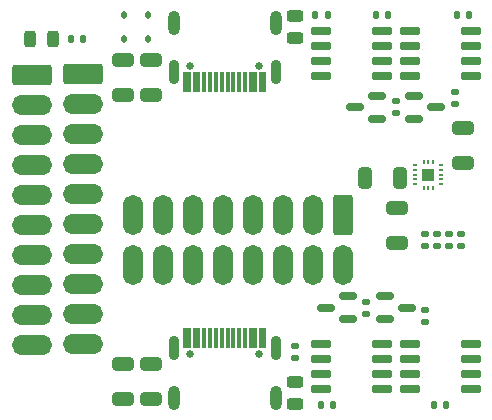
<source format=gts>
G04 #@! TF.GenerationSoftware,KiCad,Pcbnew,9.0.1-unknown-1000.20250414git3fadd20.fc41*
G04 #@! TF.CreationDate,2025-04-20T13:35:24-07:00*
G04 #@! TF.ProjectId,usb-pd-plank,7573622d-7064-42d7-906c-616e6b2e6b69,rev?*
G04 #@! TF.SameCoordinates,Original*
G04 #@! TF.FileFunction,Soldermask,Top*
G04 #@! TF.FilePolarity,Negative*
%FSLAX46Y46*%
G04 Gerber Fmt 4.6, Leading zero omitted, Abs format (unit mm)*
G04 Created by KiCad (PCBNEW 9.0.1-unknown-1000.20250414git3fadd20.fc41) date 2025-04-20 13:35:24*
%MOMM*%
%LPD*%
G01*
G04 APERTURE LIST*
G04 Aperture macros list*
%AMRoundRect*
0 Rectangle with rounded corners*
0 $1 Rounding radius*
0 $2 $3 $4 $5 $6 $7 $8 $9 X,Y pos of 4 corners*
0 Add a 4 corners polygon primitive as box body*
4,1,4,$2,$3,$4,$5,$6,$7,$8,$9,$2,$3,0*
0 Add four circle primitives for the rounded corners*
1,1,$1+$1,$2,$3*
1,1,$1+$1,$4,$5*
1,1,$1+$1,$6,$7*
1,1,$1+$1,$8,$9*
0 Add four rect primitives between the rounded corners*
20,1,$1+$1,$2,$3,$4,$5,0*
20,1,$1+$1,$4,$5,$6,$7,0*
20,1,$1+$1,$6,$7,$8,$9,0*
20,1,$1+$1,$8,$9,$2,$3,0*%
G04 Aperture macros list end*
%ADD10RoundRect,0.135000X0.185000X-0.135000X0.185000X0.135000X-0.185000X0.135000X-0.185000X-0.135000X0*%
%ADD11RoundRect,0.150000X-0.725000X-0.150000X0.725000X-0.150000X0.725000X0.150000X-0.725000X0.150000X0*%
%ADD12C,0.650000*%
%ADD13R,0.300000X1.750000*%
%ADD14O,0.900000X2.100000*%
%ADD15O,1.000000X2.100000*%
%ADD16RoundRect,0.135000X-0.135000X-0.185000X0.135000X-0.185000X0.135000X0.185000X-0.135000X0.185000X0*%
%ADD17RoundRect,0.250000X-0.650000X0.325000X-0.650000X-0.325000X0.650000X-0.325000X0.650000X0.325000X0*%
%ADD18RoundRect,0.150000X0.587500X0.150000X-0.587500X0.150000X-0.587500X-0.150000X0.587500X-0.150000X0*%
%ADD19RoundRect,0.112500X-0.112500X0.187500X-0.112500X-0.187500X0.112500X-0.187500X0.112500X0.187500X0*%
%ADD20RoundRect,0.250000X-1.450000X-0.600000X1.450000X-0.600000X1.450000X0.600000X-1.450000X0.600000X0*%
%ADD21O,3.400000X1.700000*%
%ADD22RoundRect,0.150000X0.725000X0.150000X-0.725000X0.150000X-0.725000X-0.150000X0.725000X-0.150000X0*%
%ADD23RoundRect,0.243750X-0.456250X0.243750X-0.456250X-0.243750X0.456250X-0.243750X0.456250X0.243750X0*%
%ADD24RoundRect,0.135000X0.135000X0.185000X-0.135000X0.185000X-0.135000X-0.185000X0.135000X-0.185000X0*%
%ADD25RoundRect,0.150000X-0.587500X-0.150000X0.587500X-0.150000X0.587500X0.150000X-0.587500X0.150000X0*%
%ADD26RoundRect,0.250000X-0.600000X1.450000X-0.600000X-1.450000X0.600000X-1.450000X0.600000X1.450000X0*%
%ADD27O,1.700000X3.400000*%
%ADD28R,0.400000X0.200000*%
%ADD29R,0.200000X0.400000*%
%ADD30R,1.100000X1.000000*%
%ADD31RoundRect,0.250000X0.325000X0.650000X-0.325000X0.650000X-0.325000X-0.650000X0.325000X-0.650000X0*%
%ADD32RoundRect,0.250000X0.650000X-0.325000X0.650000X0.325000X-0.650000X0.325000X-0.650000X-0.325000X0*%
%ADD33RoundRect,0.135000X-0.185000X0.135000X-0.185000X-0.135000X0.185000X-0.135000X0.185000X0.135000X0*%
%ADD34RoundRect,0.243750X0.243750X0.456250X-0.243750X0.456250X-0.243750X-0.456250X0.243750X-0.456250X0*%
G04 APERTURE END LIST*
D10*
G04 #@! TO.C,R1*
X69000000Y-103010000D03*
X69000000Y-101990000D03*
G04 #@! TD*
D11*
G04 #@! TO.C,Q6*
X67675000Y-84845000D03*
X67675000Y-86115000D03*
X67675000Y-87385000D03*
X67675000Y-88655000D03*
X72825000Y-88655000D03*
X72825000Y-87385000D03*
X72825000Y-86115000D03*
X72825000Y-84845000D03*
G04 #@! TD*
D12*
G04 #@! TO.C,J2*
X49110000Y-112190000D03*
X54890000Y-112190000D03*
D13*
X48650000Y-110850000D03*
X49450000Y-110850000D03*
X50750000Y-110850000D03*
X51750000Y-110850000D03*
X52250000Y-110850000D03*
X53250000Y-110850000D03*
X54550000Y-110850000D03*
X55350000Y-110850000D03*
X55050000Y-110850000D03*
X54250000Y-110850000D03*
X53750000Y-110850000D03*
X52750000Y-110850000D03*
X51250000Y-110850000D03*
X50250000Y-110850000D03*
X49750000Y-110850000D03*
X48950000Y-110850000D03*
D14*
X47680000Y-111690000D03*
D15*
X47680000Y-115870000D03*
D14*
X56320000Y-111690000D03*
D15*
X56320000Y-115870000D03*
G04 #@! TD*
D16*
G04 #@! TO.C,R5*
X71690000Y-83500000D03*
X72710000Y-83500000D03*
G04 #@! TD*
G04 #@! TO.C,R12*
X64790000Y-83500000D03*
X65810000Y-83500000D03*
G04 #@! TD*
D17*
G04 #@! TO.C,C2*
X66600000Y-99825000D03*
X66600000Y-102775000D03*
G04 #@! TD*
D18*
G04 #@! TO.C,Q4*
X62437500Y-109200000D03*
X62437500Y-107300000D03*
X60562500Y-108250000D03*
G04 #@! TD*
D19*
G04 #@! TO.C,D1*
X43500000Y-83450000D03*
X43500000Y-85550000D03*
G04 #@! TD*
D20*
G04 #@! TO.C,J3*
X35675000Y-88550000D03*
D21*
X35675000Y-91090000D03*
X35675000Y-93630000D03*
X35675000Y-96170000D03*
X35675000Y-98710000D03*
X35675000Y-101250000D03*
X35675000Y-103790000D03*
X35675000Y-106330000D03*
X35675000Y-108870000D03*
X35675000Y-111410000D03*
G04 #@! TD*
D22*
G04 #@! TO.C,Q5*
X65325000Y-88655000D03*
X65325000Y-87385000D03*
X65325000Y-86115000D03*
X65325000Y-84845000D03*
X60175000Y-84845000D03*
X60175000Y-86115000D03*
X60175000Y-87385000D03*
X60175000Y-88655000D03*
G04 #@! TD*
D23*
G04 #@! TO.C,D5*
X58000000Y-114562500D03*
X58000000Y-116437500D03*
G04 #@! TD*
D11*
G04 #@! TO.C,Q7*
X67675000Y-111345000D03*
X67675000Y-112615000D03*
X67675000Y-113885000D03*
X67675000Y-115155000D03*
X72825000Y-115155000D03*
X72825000Y-113885000D03*
X72825000Y-112615000D03*
X72825000Y-111345000D03*
G04 #@! TD*
D12*
G04 #@! TO.C,J1*
X54890000Y-87810000D03*
X49110000Y-87810000D03*
D13*
X55350000Y-89150000D03*
X54550000Y-89150000D03*
X53250000Y-89150000D03*
X52250000Y-89150000D03*
X51750000Y-89150000D03*
X50750000Y-89150000D03*
X49450000Y-89150000D03*
X48650000Y-89150000D03*
X48950000Y-89150000D03*
X49750000Y-89150000D03*
X50250000Y-89150000D03*
X51250000Y-89150000D03*
X52750000Y-89150000D03*
X53750000Y-89150000D03*
X54250000Y-89150000D03*
X55050000Y-89150000D03*
D14*
X56320000Y-88310000D03*
D15*
X56320000Y-84130000D03*
D14*
X47680000Y-88310000D03*
D15*
X47680000Y-84130000D03*
G04 #@! TD*
D24*
G04 #@! TO.C,R7*
X61210000Y-116500000D03*
X60190000Y-116500000D03*
G04 #@! TD*
D25*
G04 #@! TO.C,Q2*
X65562500Y-107300000D03*
X65562500Y-109200000D03*
X67437500Y-108250000D03*
G04 #@! TD*
D17*
G04 #@! TO.C,C4*
X45750000Y-113025000D03*
X45750000Y-115975000D03*
G04 #@! TD*
D22*
G04 #@! TO.C,Q8*
X65325000Y-115155000D03*
X65325000Y-113885000D03*
X65325000Y-112615000D03*
X65325000Y-111345000D03*
X60175000Y-111345000D03*
X60175000Y-112615000D03*
X60175000Y-113885000D03*
X60175000Y-115155000D03*
G04 #@! TD*
D10*
G04 #@! TO.C,R3*
X72000000Y-103010000D03*
X72000000Y-101990000D03*
G04 #@! TD*
G04 #@! TO.C,R14*
X69000000Y-109510000D03*
X69000000Y-108490000D03*
G04 #@! TD*
D26*
G04 #@! TO.C,J5*
X62000000Y-100380000D03*
D27*
X62000000Y-104620000D03*
X59460000Y-100380000D03*
X59460000Y-104620000D03*
X56920000Y-100380000D03*
X56920000Y-104620000D03*
X54380000Y-100380000D03*
X54380000Y-104620000D03*
X51840000Y-100380000D03*
X51840000Y-104620000D03*
X49300000Y-100380000D03*
X49300000Y-104620000D03*
X46760000Y-100380000D03*
X46760000Y-104620000D03*
X44220000Y-100380000D03*
X44220000Y-104620000D03*
G04 #@! TD*
D10*
G04 #@! TO.C,R11*
X58000000Y-112510000D03*
X58000000Y-111490000D03*
G04 #@! TD*
D23*
G04 #@! TO.C,D4*
X58000000Y-83562500D03*
X58000000Y-85437500D03*
G04 #@! TD*
D16*
G04 #@! TO.C,R10*
X59690000Y-83500000D03*
X60710000Y-83500000D03*
G04 #@! TD*
D28*
G04 #@! TO.C,U1*
X68150000Y-96200000D03*
X68150000Y-96600000D03*
X68150000Y-97000000D03*
X68150000Y-97400000D03*
X68150000Y-97800000D03*
D29*
X68850000Y-98100000D03*
X69250000Y-98100000D03*
X69650000Y-98100000D03*
D28*
X70350000Y-97800000D03*
X70350000Y-97400000D03*
X70350000Y-97000000D03*
X70350000Y-96600000D03*
X70350000Y-96200000D03*
D29*
X69650000Y-95900000D03*
X69250000Y-95900000D03*
X68850000Y-95900000D03*
D30*
X69250000Y-97000000D03*
G04 #@! TD*
D10*
G04 #@! TO.C,R8*
X66500000Y-91760000D03*
X66500000Y-90740000D03*
G04 #@! TD*
G04 #@! TO.C,R9*
X64000000Y-108760000D03*
X64000000Y-107740000D03*
G04 #@! TD*
D17*
G04 #@! TO.C,C5*
X43400000Y-87275000D03*
X43400000Y-90225000D03*
G04 #@! TD*
D16*
G04 #@! TO.C,R6*
X38990000Y-85500000D03*
X40010000Y-85500000D03*
G04 #@! TD*
D19*
G04 #@! TO.C,D2*
X45500000Y-83450000D03*
X45500000Y-85550000D03*
G04 #@! TD*
D31*
G04 #@! TO.C,C3*
X66875000Y-97300000D03*
X63925000Y-97300000D03*
G04 #@! TD*
D32*
G04 #@! TO.C,C1*
X72200000Y-95975000D03*
X72200000Y-93025000D03*
G04 #@! TD*
D33*
G04 #@! TO.C,R13*
X71500000Y-89990000D03*
X71500000Y-91010000D03*
G04 #@! TD*
D10*
G04 #@! TO.C,R4*
X71000000Y-103010000D03*
X71000000Y-101990000D03*
G04 #@! TD*
D17*
G04 #@! TO.C,C7*
X43400000Y-113025000D03*
X43400000Y-115975000D03*
G04 #@! TD*
D10*
G04 #@! TO.C,R2*
X70000000Y-103010000D03*
X70000000Y-101990000D03*
G04 #@! TD*
D18*
G04 #@! TO.C,Q3*
X64937500Y-92250000D03*
X64937500Y-90350000D03*
X63062500Y-91300000D03*
G04 #@! TD*
D34*
G04 #@! TO.C,D3*
X37437500Y-85500000D03*
X35562500Y-85500000D03*
G04 #@! TD*
D25*
G04 #@! TO.C,Q1*
X68062500Y-90350000D03*
X68062500Y-92250000D03*
X69937500Y-91300000D03*
G04 #@! TD*
D20*
G04 #@! TO.C,J4*
X40050000Y-88500000D03*
D21*
X40050000Y-91040000D03*
X40050000Y-93580000D03*
X40050000Y-96120000D03*
X40050000Y-98660000D03*
X40050000Y-101200000D03*
X40050000Y-103740000D03*
X40050000Y-106280000D03*
X40050000Y-108820000D03*
X40050000Y-111360000D03*
G04 #@! TD*
D17*
G04 #@! TO.C,C6*
X45750000Y-87275000D03*
X45750000Y-90225000D03*
G04 #@! TD*
D24*
G04 #@! TO.C,R15*
X70760000Y-116500000D03*
X69740000Y-116500000D03*
G04 #@! TD*
M02*

</source>
